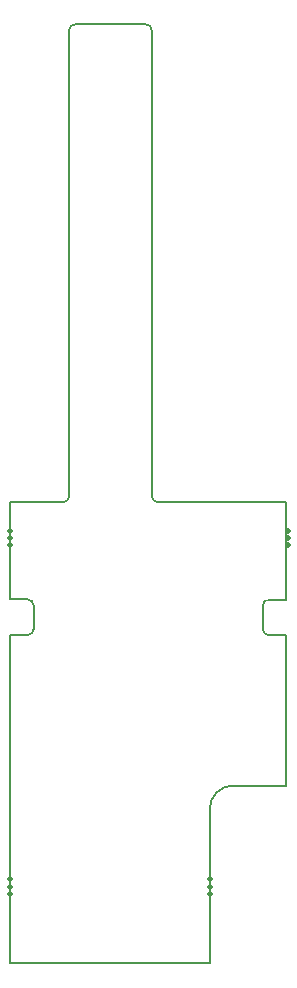
<source format=gbs>
G04 Layer_Color=16711935*
%FSLAX44Y44*%
%MOMM*%
G71*
G01*
G75*
%ADD10C,0.2000*%
%ADD19C,0.5000*%
D10*
X-64999Y303064D02*
G03*
X-69999Y308064I-5000J0D01*
G01*
Y278064D02*
G03*
X-64999Y283064I0J5000D01*
G01*
X133999Y307936D02*
G03*
X128999Y302936I0J-5000D01*
G01*
Y282936D02*
G03*
X133999Y277936I5000J0D01*
G01*
X35000Y395500D02*
G03*
X40000Y390500I5000J0D01*
G01*
X-30000Y795000D02*
G03*
X-35000Y790000I0J-5000D01*
G01*
X-40000Y390500D02*
G03*
X-35000Y395500I0J5000D01*
G01*
X104000Y150500D02*
G03*
X84000Y130500I0J-20000D01*
G01*
X35000Y790000D02*
G03*
X30000Y795000I-5000J0D01*
G01*
X-85000Y308000D02*
Y390500D01*
X-84999Y278064D02*
X-69999D01*
X-84999Y308064D02*
X-69999D01*
X-64999Y283064D02*
Y303064D01*
X128999Y282936D02*
Y302936D01*
X133999Y277936D02*
X148999D01*
X133999Y307936D02*
X148999D01*
X149000Y308000D02*
Y390500D01*
X84000Y0D02*
Y130500D01*
X84000Y-0D02*
X84000Y0D01*
X-85000Y-0D02*
X84000D01*
X-85000Y390500D02*
X-40000D01*
X-85000Y-0D02*
Y278000D01*
X104000Y150500D02*
X149000D01*
Y278000D01*
X40000Y390500D02*
X149000D01*
X35000Y395500D02*
Y790000D01*
X-30000Y795000D02*
X30000D01*
X-35000Y395500D02*
Y790000D01*
D19*
X84000Y65000D02*
D03*
Y59000D02*
D03*
Y71000D02*
D03*
X-85000Y65000D02*
D03*
Y71000D02*
D03*
Y59000D02*
D03*
X150000Y360000D02*
D03*
Y354000D02*
D03*
Y366000D02*
D03*
X-85000Y360000D02*
D03*
Y366000D02*
D03*
Y354000D02*
D03*
M02*

</source>
